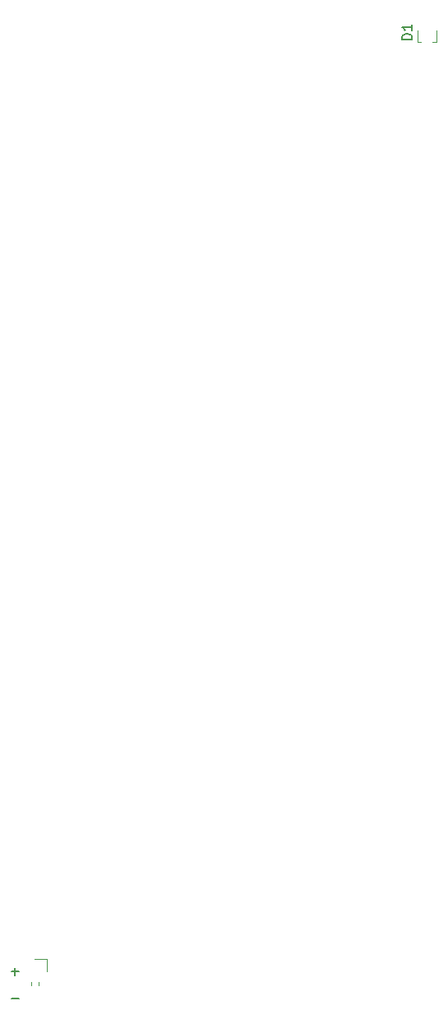
<source format=gto>
%TF.GenerationSoftware,KiCad,Pcbnew,(6.0.4-0)*%
%TF.CreationDate,2022-03-28T19:53:30+01:00*%
%TF.ProjectId,DecimalPlace,44656369-6d61-46c5-906c-6163652e6b69,rev?*%
%TF.SameCoordinates,Original*%
%TF.FileFunction,Legend,Top*%
%TF.FilePolarity,Positive*%
%FSLAX46Y46*%
G04 Gerber Fmt 4.6, Leading zero omitted, Abs format (unit mm)*
G04 Created by KiCad (PCBNEW (6.0.4-0)) date 2022-03-28 19:53:30*
%MOMM*%
%LPD*%
G01*
G04 APERTURE LIST*
%ADD10C,0.150000*%
%ADD11C,0.120000*%
G04 APERTURE END LIST*
D10*
X157480047Y-151201428D02*
X158241952Y-151201428D01*
X157480047Y-148407428D02*
X158241952Y-148407428D01*
X157861000Y-148788380D02*
X157861000Y-148026476D01*
%TO.C,D1*%
X198731380Y-52521095D02*
X197731380Y-52521095D01*
X197731380Y-52283000D01*
X197779000Y-52140142D01*
X197874238Y-52044904D01*
X197969476Y-51997285D01*
X198159952Y-51949666D01*
X198302809Y-51949666D01*
X198493285Y-51997285D01*
X198588523Y-52044904D01*
X198683761Y-52140142D01*
X198731380Y-52283000D01*
X198731380Y-52521095D01*
X198731380Y-50997285D02*
X198731380Y-51568714D01*
X198731380Y-51283000D02*
X197731380Y-51283000D01*
X197874238Y-51378238D01*
X197969476Y-51473476D01*
X198017095Y-51568714D01*
D11*
%TO.C,J1*%
X160273000Y-149446000D02*
X160273000Y-149833071D01*
X159513000Y-149446000D02*
X159513000Y-149833071D01*
X161163000Y-147066000D02*
X161163000Y-148336000D01*
X159893000Y-147066000D02*
X161163000Y-147066000D01*
%TO.C,D1*%
X199279000Y-51583000D02*
X199279000Y-52783000D01*
X201279000Y-51583000D02*
X201279000Y-52783000D01*
X201279000Y-52783000D02*
X200879000Y-52783000D01*
X199279000Y-52783000D02*
X199679000Y-52783000D01*
%TD*%
M02*

</source>
